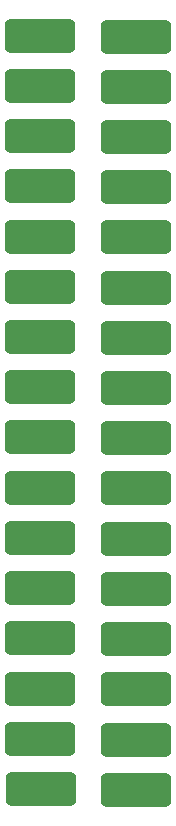
<source format=gbr>
%TF.GenerationSoftware,KiCad,Pcbnew,9.0.0*%
%TF.CreationDate,2025-05-27T23:15:15+02:00*%
%TF.ProjectId,PUTM_EV_PDMv2_PLAN_B_2024,5055544d-5f45-4565-9f50-444d76325f50,1.0*%
%TF.SameCoordinates,Original*%
%TF.FileFunction,Paste,Bot*%
%TF.FilePolarity,Positive*%
%FSLAX46Y46*%
G04 Gerber Fmt 4.6, Leading zero omitted, Abs format (unit mm)*
G04 Created by KiCad (PCBNEW 9.0.0) date 2025-05-27 23:15:15*
%MOMM*%
%LPD*%
G01*
G04 APERTURE LIST*
G04 Aperture macros list*
%AMRoundRect*
0 Rectangle with rounded corners*
0 $1 Rounding radius*
0 $2 $3 $4 $5 $6 $7 $8 $9 X,Y pos of 4 corners*
0 Add a 4 corners polygon primitive as box body*
4,1,4,$2,$3,$4,$5,$6,$7,$8,$9,$2,$3,0*
0 Add four circle primitives for the rounded corners*
1,1,$1+$1,$2,$3*
1,1,$1+$1,$4,$5*
1,1,$1+$1,$6,$7*
1,1,$1+$1,$8,$9*
0 Add four rect primitives between the rounded corners*
20,1,$1+$1,$2,$3,$4,$5,0*
20,1,$1+$1,$4,$5,$6,$7,0*
20,1,$1+$1,$6,$7,$8,$9,0*
20,1,$1+$1,$8,$9,$2,$3,0*%
G04 Aperture macros list end*
%ADD10RoundRect,0.420000X-2.580000X-0.980000X2.580000X-0.980000X2.580000X0.980000X-2.580000X0.980000X0*%
G04 APERTURE END LIST*
D10*
%TO.C,TSAL/HV_1*%
X147380000Y-139430000D03*
X155500000Y-139500000D03*
%TD*%
%TO.C,BRAKE/IR/AIR_1*%
X147335000Y-118160000D03*
X155455000Y-118230000D03*
%TD*%
%TO.C,INVERTER_2*%
X147300000Y-126680000D03*
X155420000Y-126750000D03*
%TD*%
%TO.C,FAN_1*%
X147360000Y-88410000D03*
X155480000Y-88480000D03*
%TD*%
%TO.C,PC_4*%
X147360000Y-92660000D03*
X155480000Y-92730000D03*
%TD*%
%TO.C,PUMP_1*%
X147360000Y-84160000D03*
X155480000Y-84230000D03*
%TD*%
%TO.C,INVERTER_1*%
X147300000Y-130930000D03*
X155420000Y-131000000D03*
%TD*%
%TO.C,PUMP_2*%
X147360000Y-79910000D03*
X155480000Y-79980000D03*
%TD*%
%TO.C,REARBOX/DIAGPORT/BRAKE_L_1*%
X147300000Y-135180000D03*
X155420000Y-135250000D03*
%TD*%
%TO.C,SDC/ASMS_1*%
X147335000Y-113910000D03*
X155455000Y-113980000D03*
%TD*%
%TO.C,PC_3*%
X147360000Y-96910000D03*
X155480000Y-96980000D03*
%TD*%
%TO.C,PC_1*%
X147360000Y-105410000D03*
X155480000Y-105480000D03*
%TD*%
%TO.C,FBOX_1*%
X147300000Y-122430000D03*
X155420000Y-122500000D03*
%TD*%
%TO.C,FAN_2*%
X147360000Y-75660000D03*
X155480000Y-75730000D03*
%TD*%
%TO.C,DASH_1*%
X147335000Y-109660000D03*
X155455000Y-109730000D03*
%TD*%
%TO.C,PC_2*%
X147360000Y-101160000D03*
X155480000Y-101230000D03*
%TD*%
M02*

</source>
